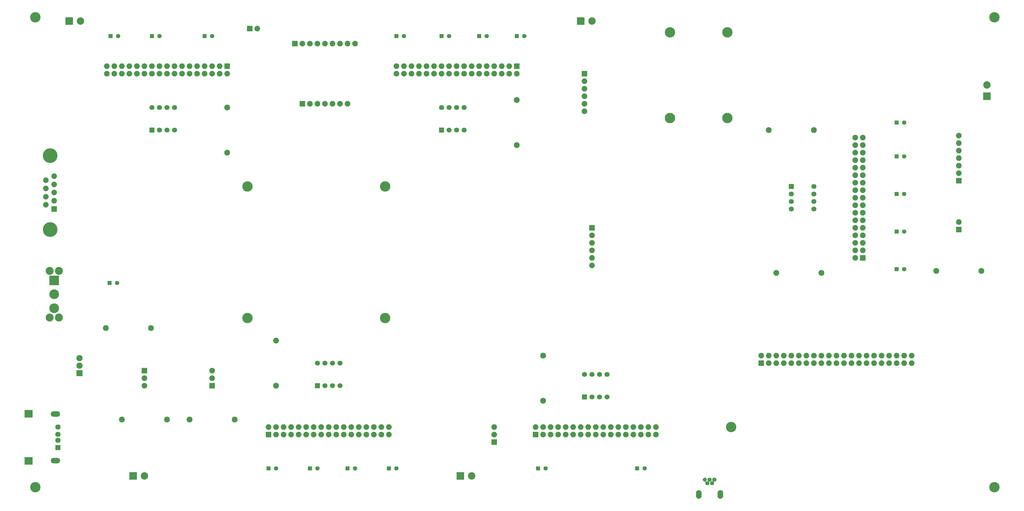
<source format=gbr>
G04 DipTrace 3.3.1.3*
G04 TopMask.gbr*
%MOIN*%
G04 #@! TF.FileFunction,Soldermask,Top*
G04 #@! TF.Part,Single*
%AMOUTLINE1*
4,1,8,
-0.01067,0.025761,
0.01067,0.025761,
0.025761,0.01067,
0.025761,-0.01067,
0.01067,-0.025761,
-0.01067,-0.025761,
-0.025761,-0.01067,
-0.025761,0.01067,
-0.01067,0.025761,
0*%
%ADD18R,0.066929X0.066929*%
%ADD19C,0.066929*%
%ADD31R,0.074803X0.074803*%
%ADD32C,0.074803*%
%ADD35C,0.098425*%
%ADD42C,0.137795*%
%ADD57O,0.074803X0.114173*%
%ADD59C,0.055118*%
%ADD63C,0.106299*%
%ADD64C,0.129921*%
%ADD66R,0.129921X0.129921*%
%ADD68C,0.082677*%
%ADD69R,0.082677X0.082677*%
%ADD70R,0.110236X0.102362*%
%ADD72O,0.125984X0.070866*%
%ADD74R,0.070866X0.070866*%
%ADD76C,0.070866*%
%ADD77C,0.195276*%
%ADD79C,0.074409*%
%ADD81R,0.074409X0.074409*%
%ADD83R,0.098425X0.098425*%
%ADD84R,0.057874X0.057874*%
%ADD86C,0.057874*%
%ADD88C,0.077874*%
%ADD90C,0.077874*%
%ADD99OUTLINE1*%
%FSLAX26Y26*%
G04*
G70*
G90*
G75*
G01*
G04 TopMask*
%LPD*%
D90*
X3774016Y2018898D3*
D88*
Y2618898D3*
D90*
X13149016Y3543898D3*
D88*
X12549016D3*
D31*
X7974016Y4118898D3*
D32*
Y4018898D3*
Y3918898D3*
Y3818898D3*
Y3718898D3*
Y3618898D3*
D31*
X7874016Y6168898D3*
D32*
Y6068898D3*
Y5968898D3*
Y5868898D3*
Y5768898D3*
Y5668898D3*
D86*
X1659055Y3383858D3*
D84*
X1559055D3*
D86*
X3774016Y918898D3*
D84*
X3674016D3*
D86*
X5374016D3*
D84*
X5274016D3*
D86*
X4824016D3*
D84*
X4724016D3*
D86*
X4324016D3*
D84*
X4224016D3*
D86*
X7355512D3*
D84*
X7255512D3*
D86*
X8674016D3*
D84*
X8574016D3*
D86*
X2224016Y6668898D3*
D84*
X2124016D3*
D86*
X1674016D3*
D84*
X1574016D3*
D86*
X2924016D3*
D84*
X2824016D3*
D86*
X12124016Y5518898D3*
D84*
X12024016D3*
D86*
X12124016Y5068898D3*
D84*
X12024016D3*
D86*
X12124016Y4568898D3*
D84*
X12024016D3*
D86*
X12124016Y4068898D3*
D84*
X12024016D3*
D86*
X12124016Y3568898D3*
D84*
X12024016D3*
D86*
X5474016Y6668898D3*
D84*
X5374016D3*
D86*
X6074016D3*
D84*
X5974016D3*
D86*
X6574016D3*
D84*
X6474016D3*
D86*
X7074016D3*
D84*
X6974016D3*
D31*
X2924016Y2018898D3*
D32*
Y2118898D3*
Y2218898D3*
D31*
X4024016Y6568898D3*
D32*
X4124016D3*
X4224016D3*
X4324016D3*
X4424016D3*
X4524016D3*
X4624016D3*
X4724016D3*
X4824016D3*
D31*
X12849016Y4093898D3*
D32*
Y4193898D3*
D42*
X3393307Y4668898D3*
X5224016D3*
Y2916142D3*
X3393307D3*
X9010236Y6718898D3*
Y5577165D3*
X9774016D3*
Y6718898D3*
X574016Y6918898D3*
X13324016D3*
Y668898D3*
X574016D3*
X9824016Y1468898D3*
D31*
X3124016Y6268898D3*
D32*
Y6168898D3*
X3024016Y6268898D3*
Y6168898D3*
X2924016Y6268898D3*
Y6168898D3*
X2824016Y6268898D3*
Y6168898D3*
X2724016Y6268898D3*
Y6168898D3*
X2624016Y6268898D3*
Y6168898D3*
X2524016Y6268898D3*
Y6168898D3*
X2424016Y6268898D3*
Y6168898D3*
X2324016Y6268898D3*
Y6168898D3*
X2224016Y6268898D3*
Y6168898D3*
X2124016Y6268898D3*
Y6168898D3*
X2024016Y6268898D3*
Y6168898D3*
X1924016Y6268898D3*
Y6168898D3*
X1824016Y6268898D3*
Y6168898D3*
X1724016Y6268898D3*
Y6168898D3*
X1624016Y6268898D3*
Y6168898D3*
X1524016Y6268898D3*
Y6168898D3*
D31*
X6974016Y6268898D3*
D32*
Y6168898D3*
X6874016Y6268898D3*
Y6168898D3*
X6774016Y6268898D3*
Y6168898D3*
X6674016Y6268898D3*
Y6168898D3*
X6574016Y6268898D3*
Y6168898D3*
X6474016Y6268898D3*
Y6168898D3*
X6374016Y6268898D3*
Y6168898D3*
X6274016Y6268898D3*
Y6168898D3*
X6174016Y6268898D3*
Y6168898D3*
X6074016Y6268898D3*
Y6168898D3*
X5974016Y6268898D3*
Y6168898D3*
X5874016Y6268898D3*
Y6168898D3*
X5774016Y6268898D3*
Y6168898D3*
X5674016Y6268898D3*
Y6168898D3*
X5574016Y6268898D3*
Y6168898D3*
X5474016Y6268898D3*
Y6168898D3*
X5374016Y6268898D3*
Y6168898D3*
D31*
X11574016Y3718898D3*
D32*
X11474016D3*
X11574016Y3818898D3*
X11474016D3*
X11574016Y3918898D3*
X11474016D3*
X11574016Y4018898D3*
X11474016D3*
X11574016Y4118898D3*
X11474016D3*
X11574016Y4218898D3*
X11474016D3*
X11574016Y4318898D3*
X11474016D3*
X11574016Y4418898D3*
X11474016D3*
X11574016Y4518898D3*
X11474016D3*
X11574016Y4618898D3*
X11474016D3*
X11574016Y4718898D3*
X11474016D3*
X11574016Y4818898D3*
X11474016D3*
X11574016Y4918898D3*
X11474016D3*
X11574016Y5018898D3*
X11474016D3*
X11574016Y5118898D3*
X11474016D3*
X11574016Y5218898D3*
X11474016D3*
X11574016Y5318898D3*
X11474016D3*
D31*
X7224016Y1368898D3*
D32*
Y1468898D3*
X7324016Y1368898D3*
Y1468898D3*
X7424016Y1368898D3*
Y1468898D3*
X7524016Y1368898D3*
Y1468898D3*
X7624016Y1368898D3*
Y1468898D3*
X7724016Y1368898D3*
Y1468898D3*
X7824016Y1368898D3*
Y1468898D3*
X7924016Y1368898D3*
Y1468898D3*
X8024016Y1368898D3*
Y1468898D3*
X8124016Y1368898D3*
Y1468898D3*
X8224016Y1368898D3*
Y1468898D3*
X8324016Y1368898D3*
Y1468898D3*
X8424016Y1368898D3*
Y1468898D3*
X8524016Y1368898D3*
Y1468898D3*
X8624016Y1368898D3*
Y1468898D3*
X8724016Y1368898D3*
Y1468898D3*
X8824016Y1368898D3*
Y1468898D3*
D31*
X3674016Y1368898D3*
D32*
Y1468898D3*
X3774016Y1368898D3*
Y1468898D3*
X3874016Y1368898D3*
Y1468898D3*
X3974016Y1368898D3*
Y1468898D3*
X4074016Y1368898D3*
Y1468898D3*
X4174016Y1368898D3*
Y1468898D3*
X4274016Y1368898D3*
Y1468898D3*
X4374016Y1368898D3*
Y1468898D3*
X4474016Y1368898D3*
Y1468898D3*
X4574016Y1368898D3*
Y1468898D3*
X4674016Y1368898D3*
Y1468898D3*
X4774016Y1368898D3*
Y1468898D3*
X4874016Y1368898D3*
Y1468898D3*
X4974016Y1368898D3*
Y1468898D3*
X5074016Y1368898D3*
Y1468898D3*
X5174016Y1368898D3*
Y1468898D3*
X5274016Y1368898D3*
Y1468898D3*
D83*
X7824016Y6868898D3*
D35*
X7974016D3*
D81*
X824016Y4368898D3*
D79*
Y4477953D3*
Y4587008D3*
Y4696063D3*
Y4805118D3*
X712205Y4423425D3*
Y4532480D3*
Y4641535D3*
Y4750591D3*
D77*
X768111Y4095079D3*
Y5078937D3*
D31*
X3424016Y6768898D3*
D32*
X3524016D3*
D83*
X1024016Y6868898D3*
D35*
X1174016D3*
D83*
X6224016Y818898D3*
D35*
X6374016D3*
D31*
X10224016Y2318898D3*
D32*
Y2418898D3*
X10324016Y2318898D3*
Y2418898D3*
X10424016Y2318898D3*
Y2418898D3*
X10524016Y2318898D3*
Y2418898D3*
X10624016Y2318898D3*
Y2418898D3*
X10724016Y2318898D3*
Y2418898D3*
X10824016Y2318898D3*
Y2418898D3*
X10924016Y2318898D3*
Y2418898D3*
X11024016Y2318898D3*
Y2418898D3*
X11124016Y2318898D3*
Y2418898D3*
X11224016Y2318898D3*
Y2418898D3*
X11324016Y2318898D3*
Y2418898D3*
X11424016Y2318898D3*
Y2418898D3*
X11524016Y2318898D3*
Y2418898D3*
X11624016Y2318898D3*
Y2418898D3*
X11724016Y2318898D3*
Y2418898D3*
X11824016Y2318898D3*
Y2418898D3*
X11924016Y2318898D3*
Y2418898D3*
X12024016Y2318898D3*
Y2418898D3*
X12124016Y2318898D3*
Y2418898D3*
X12224016Y2318898D3*
Y2418898D3*
D83*
X13224016Y5868898D3*
D35*
Y6018898D3*
D76*
X874016Y1468898D3*
Y1370472D3*
Y1291732D3*
D74*
Y1193307D3*
D72*
X840551Y1640157D3*
Y1022047D3*
D70*
X482283Y1644094D3*
Y1018110D3*
D83*
X1874016Y818898D3*
D35*
X2024016D3*
D31*
X4124016Y5768898D3*
D32*
X4224016D3*
X4324016D3*
X4424016D3*
X4524016D3*
X4624016D3*
X4724016D3*
D90*
X1724016Y1568898D3*
D88*
X2324016D3*
D90*
X3224016D3*
D88*
X2624016D3*
D90*
X7324016Y2418898D3*
D88*
Y1818898D3*
D90*
X3124016Y5118898D3*
D88*
Y5718898D3*
D90*
X6974016Y5818898D3*
D88*
Y5218898D3*
D90*
X10924016Y5418898D3*
D88*
X10324016D3*
D90*
X2109055Y2783858D3*
D88*
X1509055D3*
D90*
X10424016Y3518898D3*
D88*
X11024016D3*
D69*
X1159055Y2183858D3*
D68*
Y2283858D3*
Y2383858D3*
D31*
X2024016Y2218898D3*
D32*
Y2118898D3*
Y2018898D3*
D31*
X6674016Y1268898D3*
D32*
Y1368898D3*
Y1468898D3*
D66*
X824016Y3418898D3*
D64*
Y3233858D3*
Y3048819D3*
D63*
X886614Y2923819D3*
X761417D3*
Y3543898D3*
X886614D3*
D18*
X2124016Y5418898D3*
D19*
X2224016D3*
X2324016D3*
X2424016D3*
Y5718898D3*
X2324016D3*
X2224016D3*
X2124016D3*
D18*
X5974016Y5418898D3*
D19*
X6074016D3*
X6174016D3*
X6274016D3*
Y5718898D3*
X6174016D3*
X6074016D3*
X5974016D3*
D18*
X10624016Y4668898D3*
D19*
Y4568898D3*
Y4468898D3*
Y4368898D3*
X10924016D3*
Y4468898D3*
Y4568898D3*
Y4668898D3*
D18*
X4324016Y2018898D3*
D19*
X4424016D3*
X4524016D3*
X4624016D3*
Y2318898D3*
X4524016D3*
X4424016D3*
X4324016D3*
D18*
X7874016Y1868898D3*
D19*
X7974016D3*
X8074016D3*
X8174016D3*
Y2168898D3*
X8074016D3*
X7974016D3*
X7874016D3*
D31*
X12849016Y4743898D3*
D32*
Y4843898D3*
Y4943898D3*
Y5043898D3*
Y5143898D3*
Y5243898D3*
Y5343898D3*
D99*
X9474016Y768898D3*
D59*
X9505512Y721654D3*
X9537008Y768898D3*
X9568504Y721654D3*
X9600000Y768898D3*
D57*
X9393307Y570079D3*
X9680709D3*
M02*

</source>
